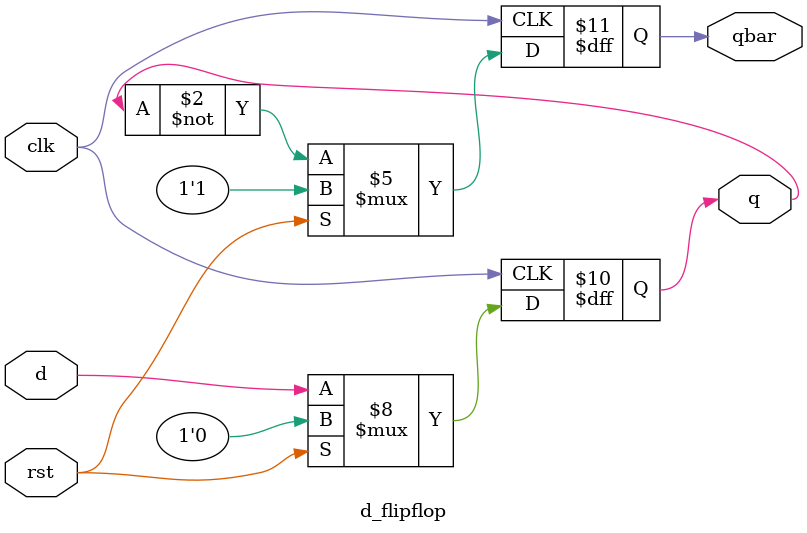
<source format=v>
`timescale 1ns / 1ps


module divideby3(
    input clk,rst,
    output q
    );
    wire w1,w2;
     wire qbar,qbar1,qbar2,q1,q2;
     
    d_flipflop a1(w2,clk,rst,w1,qbar1);
    d_flipflop a2(w1,clk,rst,q1,qbar);
    and a3(w2,qbar1,qbar);
    d_flipflop a4(q1,~clk,rst,q2,qbar2);
    or a5(q,q1,q2);
endmodule
module d_flipflop(
input d,clk,rst,
output reg q,qbar);
initial begin q=1;qbar=0; end
always@(posedge clk)
begin
if(rst)
begin
q<=0;
qbar<=1;
end
else
begin
q<=d;
qbar<=~q; 
end
end
endmodule
</source>
